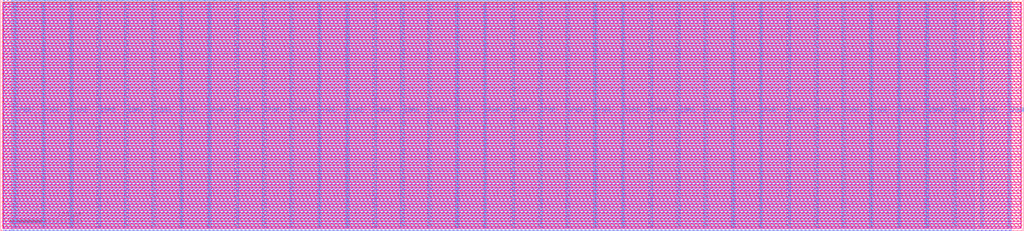
<source format=lef>
VERSION 5.7 ;
  NOWIREEXTENSIONATPIN ON ;
  DIVIDERCHAR "/" ;
  BUSBITCHARS "[]" ;
MACRO tt_um_simple_riscv
  CLASS BLOCK ;
  FOREIGN tt_um_simple_riscv ;
  ORIGIN 0.000 0.000 ;
  SIZE 1440.320 BY 325.360 ;
  PIN VGND
    DIRECTION INOUT ;
    USE GROUND ;
    PORT
      LAYER Metal4 ;
        RECT 22.180 3.620 23.780 321.740 ;
    END
    PORT
      LAYER Metal4 ;
        RECT 61.050 3.620 62.650 321.740 ;
    END
    PORT
      LAYER Metal4 ;
        RECT 99.920 3.620 101.520 321.740 ;
    END
    PORT
      LAYER Metal4 ;
        RECT 138.790 3.620 140.390 321.740 ;
    END
    PORT
      LAYER Metal4 ;
        RECT 177.660 3.620 179.260 321.740 ;
    END
    PORT
      LAYER Metal4 ;
        RECT 216.530 3.620 218.130 321.740 ;
    END
    PORT
      LAYER Metal4 ;
        RECT 255.400 3.620 257.000 321.740 ;
    END
    PORT
      LAYER Metal4 ;
        RECT 294.270 3.620 295.870 321.740 ;
    END
    PORT
      LAYER Metal4 ;
        RECT 333.140 3.620 334.740 321.740 ;
    END
    PORT
      LAYER Metal4 ;
        RECT 372.010 3.620 373.610 321.740 ;
    END
    PORT
      LAYER Metal4 ;
        RECT 410.880 3.620 412.480 321.740 ;
    END
    PORT
      LAYER Metal4 ;
        RECT 449.750 3.620 451.350 321.740 ;
    END
    PORT
      LAYER Metal4 ;
        RECT 488.620 3.620 490.220 321.740 ;
    END
    PORT
      LAYER Metal4 ;
        RECT 527.490 3.620 529.090 321.740 ;
    END
    PORT
      LAYER Metal4 ;
        RECT 566.360 3.620 567.960 321.740 ;
    END
    PORT
      LAYER Metal4 ;
        RECT 605.230 3.620 606.830 321.740 ;
    END
    PORT
      LAYER Metal4 ;
        RECT 644.100 3.620 645.700 321.740 ;
    END
    PORT
      LAYER Metal4 ;
        RECT 682.970 3.620 684.570 321.740 ;
    END
    PORT
      LAYER Metal4 ;
        RECT 721.840 3.620 723.440 321.740 ;
    END
    PORT
      LAYER Metal4 ;
        RECT 760.710 3.620 762.310 321.740 ;
    END
    PORT
      LAYER Metal4 ;
        RECT 799.580 3.620 801.180 321.740 ;
    END
    PORT
      LAYER Metal4 ;
        RECT 838.450 3.620 840.050 321.740 ;
    END
    PORT
      LAYER Metal4 ;
        RECT 877.320 3.620 878.920 321.740 ;
    END
    PORT
      LAYER Metal4 ;
        RECT 916.190 3.620 917.790 321.740 ;
    END
    PORT
      LAYER Metal4 ;
        RECT 955.060 3.620 956.660 321.740 ;
    END
    PORT
      LAYER Metal4 ;
        RECT 993.930 3.620 995.530 321.740 ;
    END
    PORT
      LAYER Metal4 ;
        RECT 1032.800 3.620 1034.400 321.740 ;
    END
    PORT
      LAYER Metal4 ;
        RECT 1071.670 3.620 1073.270 321.740 ;
    END
    PORT
      LAYER Metal4 ;
        RECT 1110.540 3.620 1112.140 321.740 ;
    END
    PORT
      LAYER Metal4 ;
        RECT 1149.410 3.620 1151.010 321.740 ;
    END
    PORT
      LAYER Metal4 ;
        RECT 1188.280 3.620 1189.880 321.740 ;
    END
    PORT
      LAYER Metal4 ;
        RECT 1227.150 3.620 1228.750 321.740 ;
    END
    PORT
      LAYER Metal4 ;
        RECT 1266.020 3.620 1267.620 321.740 ;
    END
    PORT
      LAYER Metal4 ;
        RECT 1304.890 3.620 1306.490 321.740 ;
    END
    PORT
      LAYER Metal4 ;
        RECT 1343.760 3.620 1345.360 321.740 ;
    END
    PORT
      LAYER Metal4 ;
        RECT 1382.630 3.620 1384.230 321.740 ;
    END
    PORT
      LAYER Metal4 ;
        RECT 1421.500 3.620 1423.100 321.740 ;
    END
  END VGND
  PIN VPWR
    DIRECTION INOUT ;
    USE POWER ;
    PORT
      LAYER Metal4 ;
        RECT 18.880 3.620 20.480 321.740 ;
    END
    PORT
      LAYER Metal4 ;
        RECT 57.750 3.620 59.350 321.740 ;
    END
    PORT
      LAYER Metal4 ;
        RECT 96.620 3.620 98.220 321.740 ;
    END
    PORT
      LAYER Metal4 ;
        RECT 135.490 3.620 137.090 321.740 ;
    END
    PORT
      LAYER Metal4 ;
        RECT 174.360 3.620 175.960 321.740 ;
    END
    PORT
      LAYER Metal4 ;
        RECT 213.230 3.620 214.830 321.740 ;
    END
    PORT
      LAYER Metal4 ;
        RECT 252.100 3.620 253.700 321.740 ;
    END
    PORT
      LAYER Metal4 ;
        RECT 290.970 3.620 292.570 321.740 ;
    END
    PORT
      LAYER Metal4 ;
        RECT 329.840 3.620 331.440 321.740 ;
    END
    PORT
      LAYER Metal4 ;
        RECT 368.710 3.620 370.310 321.740 ;
    END
    PORT
      LAYER Metal4 ;
        RECT 407.580 3.620 409.180 321.740 ;
    END
    PORT
      LAYER Metal4 ;
        RECT 446.450 3.620 448.050 321.740 ;
    END
    PORT
      LAYER Metal4 ;
        RECT 485.320 3.620 486.920 321.740 ;
    END
    PORT
      LAYER Metal4 ;
        RECT 524.190 3.620 525.790 321.740 ;
    END
    PORT
      LAYER Metal4 ;
        RECT 563.060 3.620 564.660 321.740 ;
    END
    PORT
      LAYER Metal4 ;
        RECT 601.930 3.620 603.530 321.740 ;
    END
    PORT
      LAYER Metal4 ;
        RECT 640.800 3.620 642.400 321.740 ;
    END
    PORT
      LAYER Metal4 ;
        RECT 679.670 3.620 681.270 321.740 ;
    END
    PORT
      LAYER Metal4 ;
        RECT 718.540 3.620 720.140 321.740 ;
    END
    PORT
      LAYER Metal4 ;
        RECT 757.410 3.620 759.010 321.740 ;
    END
    PORT
      LAYER Metal4 ;
        RECT 796.280 3.620 797.880 321.740 ;
    END
    PORT
      LAYER Metal4 ;
        RECT 835.150 3.620 836.750 321.740 ;
    END
    PORT
      LAYER Metal4 ;
        RECT 874.020 3.620 875.620 321.740 ;
    END
    PORT
      LAYER Metal4 ;
        RECT 912.890 3.620 914.490 321.740 ;
    END
    PORT
      LAYER Metal4 ;
        RECT 951.760 3.620 953.360 321.740 ;
    END
    PORT
      LAYER Metal4 ;
        RECT 990.630 3.620 992.230 321.740 ;
    END
    PORT
      LAYER Metal4 ;
        RECT 1029.500 3.620 1031.100 321.740 ;
    END
    PORT
      LAYER Metal4 ;
        RECT 1068.370 3.620 1069.970 321.740 ;
    END
    PORT
      LAYER Metal4 ;
        RECT 1107.240 3.620 1108.840 321.740 ;
    END
    PORT
      LAYER Metal4 ;
        RECT 1146.110 3.620 1147.710 321.740 ;
    END
    PORT
      LAYER Metal4 ;
        RECT 1184.980 3.620 1186.580 321.740 ;
    END
    PORT
      LAYER Metal4 ;
        RECT 1223.850 3.620 1225.450 321.740 ;
    END
    PORT
      LAYER Metal4 ;
        RECT 1262.720 3.620 1264.320 321.740 ;
    END
    PORT
      LAYER Metal4 ;
        RECT 1301.590 3.620 1303.190 321.740 ;
    END
    PORT
      LAYER Metal4 ;
        RECT 1340.460 3.620 1342.060 321.740 ;
    END
    PORT
      LAYER Metal4 ;
        RECT 1379.330 3.620 1380.930 321.740 ;
    END
    PORT
      LAYER Metal4 ;
        RECT 1418.200 3.620 1419.800 321.740 ;
    END
  END VPWR
  PIN clk
    DIRECTION INPUT ;
    USE SIGNAL ;
    ANTENNAGATEAREA 4.738000 ;
    PORT
      LAYER Metal4 ;
        RECT 331.090 324.360 331.390 325.360 ;
    END
  END clk
  PIN ena
    DIRECTION INPUT ;
    USE SIGNAL ;
    PORT
      LAYER Metal4 ;
        RECT 338.370 324.360 338.670 325.360 ;
    END
  END ena
  PIN rst_n
    DIRECTION INPUT ;
    USE SIGNAL ;
    ANTENNAGATEAREA 0.726000 ;
    PORT
      LAYER Metal4 ;
        RECT 323.810 324.360 324.110 325.360 ;
    END
  END rst_n
  PIN ui_in[0]
    DIRECTION INPUT ;
    USE SIGNAL ;
    ANTENNAGATEAREA 1.183000 ;
    PORT
      LAYER Metal4 ;
        RECT 316.530 324.360 316.830 325.360 ;
    END
  END ui_in[0]
  PIN ui_in[1]
    DIRECTION INPUT ;
    USE SIGNAL ;
    ANTENNAGATEAREA 1.183000 ;
    PORT
      LAYER Metal4 ;
        RECT 309.250 324.360 309.550 325.360 ;
    END
  END ui_in[1]
  PIN ui_in[2]
    DIRECTION INPUT ;
    USE SIGNAL ;
    ANTENNAGATEAREA 2.204000 ;
    PORT
      LAYER Metal4 ;
        RECT 301.970 324.360 302.270 325.360 ;
    END
  END ui_in[2]
  PIN ui_in[3]
    DIRECTION INPUT ;
    USE SIGNAL ;
    ANTENNAGATEAREA 2.204000 ;
    PORT
      LAYER Metal4 ;
        RECT 294.690 324.360 294.990 325.360 ;
    END
  END ui_in[3]
  PIN ui_in[4]
    DIRECTION INPUT ;
    USE SIGNAL ;
    ANTENNAGATEAREA 1.183000 ;
    PORT
      LAYER Metal4 ;
        RECT 287.410 324.360 287.710 325.360 ;
    END
  END ui_in[4]
  PIN ui_in[5]
    DIRECTION INPUT ;
    USE SIGNAL ;
    ANTENNAGATEAREA 2.204000 ;
    PORT
      LAYER Metal4 ;
        RECT 280.130 324.360 280.430 325.360 ;
    END
  END ui_in[5]
  PIN ui_in[6]
    DIRECTION INPUT ;
    USE SIGNAL ;
    ANTENNAGATEAREA 1.183000 ;
    PORT
      LAYER Metal4 ;
        RECT 272.850 324.360 273.150 325.360 ;
    END
  END ui_in[6]
  PIN ui_in[7]
    DIRECTION INPUT ;
    USE SIGNAL ;
    ANTENNAGATEAREA 1.183000 ;
    PORT
      LAYER Metal4 ;
        RECT 265.570 324.360 265.870 325.360 ;
    END
  END ui_in[7]
  PIN uio_in[0]
    DIRECTION INPUT ;
    USE SIGNAL ;
    ANTENNAGATEAREA 1.183000 ;
    PORT
      LAYER Metal4 ;
        RECT 258.290 324.360 258.590 325.360 ;
    END
  END uio_in[0]
  PIN uio_in[1]
    DIRECTION INPUT ;
    USE SIGNAL ;
    ANTENNAGATEAREA 11.020000 ;
    PORT
      LAYER Metal4 ;
        RECT 251.010 324.360 251.310 325.360 ;
    END
  END uio_in[1]
  PIN uio_in[2]
    DIRECTION INPUT ;
    USE SIGNAL ;
    PORT
      LAYER Metal4 ;
        RECT 243.730 324.360 244.030 325.360 ;
    END
  END uio_in[2]
  PIN uio_in[3]
    DIRECTION INPUT ;
    USE SIGNAL ;
    PORT
      LAYER Metal4 ;
        RECT 236.450 324.360 236.750 325.360 ;
    END
  END uio_in[3]
  PIN uio_in[4]
    DIRECTION INPUT ;
    USE SIGNAL ;
    PORT
      LAYER Metal4 ;
        RECT 229.170 324.360 229.470 325.360 ;
    END
  END uio_in[4]
  PIN uio_in[5]
    DIRECTION INPUT ;
    USE SIGNAL ;
    PORT
      LAYER Metal4 ;
        RECT 221.890 324.360 222.190 325.360 ;
    END
  END uio_in[5]
  PIN uio_in[6]
    DIRECTION INPUT ;
    USE SIGNAL ;
    PORT
      LAYER Metal4 ;
        RECT 214.610 324.360 214.910 325.360 ;
    END
  END uio_in[6]
  PIN uio_in[7]
    DIRECTION INPUT ;
    USE SIGNAL ;
    PORT
      LAYER Metal4 ;
        RECT 207.330 324.360 207.630 325.360 ;
    END
  END uio_in[7]
  PIN uio_oe[0]
    DIRECTION OUTPUT ;
    USE SIGNAL ;
    ANTENNADIFFAREA 0.360800 ;
    PORT
      LAYER Metal4 ;
        RECT 83.570 324.360 83.870 325.360 ;
    END
  END uio_oe[0]
  PIN uio_oe[1]
    DIRECTION OUTPUT ;
    USE SIGNAL ;
    ANTENNADIFFAREA 0.360800 ;
    PORT
      LAYER Metal4 ;
        RECT 76.290 324.360 76.590 325.360 ;
    END
  END uio_oe[1]
  PIN uio_oe[2]
    DIRECTION OUTPUT ;
    USE SIGNAL ;
    ANTENNADIFFAREA 0.360800 ;
    PORT
      LAYER Metal4 ;
        RECT 69.010 324.360 69.310 325.360 ;
    END
  END uio_oe[2]
  PIN uio_oe[3]
    DIRECTION OUTPUT ;
    USE SIGNAL ;
    ANTENNADIFFAREA 0.360800 ;
    PORT
      LAYER Metal4 ;
        RECT 61.730 324.360 62.030 325.360 ;
    END
  END uio_oe[3]
  PIN uio_oe[4]
    DIRECTION OUTPUT ;
    USE SIGNAL ;
    ANTENNADIFFAREA 0.360800 ;
    PORT
      LAYER Metal4 ;
        RECT 54.450 324.360 54.750 325.360 ;
    END
  END uio_oe[4]
  PIN uio_oe[5]
    DIRECTION OUTPUT ;
    USE SIGNAL ;
    ANTENNADIFFAREA 0.360800 ;
    PORT
      LAYER Metal4 ;
        RECT 47.170 324.360 47.470 325.360 ;
    END
  END uio_oe[5]
  PIN uio_oe[6]
    DIRECTION OUTPUT ;
    USE SIGNAL ;
    ANTENNADIFFAREA 0.360800 ;
    PORT
      LAYER Metal4 ;
        RECT 39.890 324.360 40.190 325.360 ;
    END
  END uio_oe[6]
  PIN uio_oe[7]
    DIRECTION OUTPUT ;
    USE SIGNAL ;
    ANTENNADIFFAREA 0.360800 ;
    PORT
      LAYER Metal4 ;
        RECT 32.610 324.360 32.910 325.360 ;
    END
  END uio_oe[7]
  PIN uio_out[0]
    DIRECTION OUTPUT ;
    USE SIGNAL ;
    ANTENNADIFFAREA 0.360800 ;
    PORT
      LAYER Metal4 ;
        RECT 141.810 324.360 142.110 325.360 ;
    END
  END uio_out[0]
  PIN uio_out[1]
    DIRECTION OUTPUT ;
    USE SIGNAL ;
    ANTENNADIFFAREA 0.360800 ;
    PORT
      LAYER Metal4 ;
        RECT 134.530 324.360 134.830 325.360 ;
    END
  END uio_out[1]
  PIN uio_out[2]
    DIRECTION OUTPUT ;
    USE SIGNAL ;
    ANTENNADIFFAREA 0.360800 ;
    PORT
      LAYER Metal4 ;
        RECT 127.250 324.360 127.550 325.360 ;
    END
  END uio_out[2]
  PIN uio_out[3]
    DIRECTION OUTPUT ;
    USE SIGNAL ;
    ANTENNADIFFAREA 0.360800 ;
    PORT
      LAYER Metal4 ;
        RECT 119.970 324.360 120.270 325.360 ;
    END
  END uio_out[3]
  PIN uio_out[4]
    DIRECTION OUTPUT ;
    USE SIGNAL ;
    ANTENNADIFFAREA 0.360800 ;
    PORT
      LAYER Metal4 ;
        RECT 112.690 324.360 112.990 325.360 ;
    END
  END uio_out[4]
  PIN uio_out[5]
    DIRECTION OUTPUT ;
    USE SIGNAL ;
    ANTENNADIFFAREA 0.360800 ;
    PORT
      LAYER Metal4 ;
        RECT 105.410 324.360 105.710 325.360 ;
    END
  END uio_out[5]
  PIN uio_out[6]
    DIRECTION OUTPUT ;
    USE SIGNAL ;
    ANTENNADIFFAREA 0.360800 ;
    PORT
      LAYER Metal4 ;
        RECT 98.130 324.360 98.430 325.360 ;
    END
  END uio_out[6]
  PIN uio_out[7]
    DIRECTION OUTPUT ;
    USE SIGNAL ;
    ANTENNADIFFAREA 0.360800 ;
    PORT
      LAYER Metal4 ;
        RECT 90.850 324.360 91.150 325.360 ;
    END
  END uio_out[7]
  PIN uo_out[0]
    DIRECTION OUTPUT ;
    USE SIGNAL ;
    ANTENNADIFFAREA 2.604400 ;
    PORT
      LAYER Metal4 ;
        RECT 200.050 324.360 200.350 325.360 ;
    END
  END uo_out[0]
  PIN uo_out[1]
    DIRECTION OUTPUT ;
    USE SIGNAL ;
    ANTENNADIFFAREA 2.604400 ;
    PORT
      LAYER Metal4 ;
        RECT 192.770 324.360 193.070 325.360 ;
    END
  END uo_out[1]
  PIN uo_out[2]
    DIRECTION OUTPUT ;
    USE SIGNAL ;
    ANTENNADIFFAREA 2.604400 ;
    PORT
      LAYER Metal4 ;
        RECT 185.490 324.360 185.790 325.360 ;
    END
  END uo_out[2]
  PIN uo_out[3]
    DIRECTION OUTPUT ;
    USE SIGNAL ;
    ANTENNADIFFAREA 2.604400 ;
    PORT
      LAYER Metal4 ;
        RECT 178.210 324.360 178.510 325.360 ;
    END
  END uo_out[3]
  PIN uo_out[4]
    DIRECTION OUTPUT ;
    USE SIGNAL ;
    ANTENNADIFFAREA 2.604400 ;
    PORT
      LAYER Metal4 ;
        RECT 170.930 324.360 171.230 325.360 ;
    END
  END uo_out[4]
  PIN uo_out[5]
    DIRECTION OUTPUT ;
    USE SIGNAL ;
    ANTENNADIFFAREA 2.604400 ;
    PORT
      LAYER Metal4 ;
        RECT 163.650 324.360 163.950 325.360 ;
    END
  END uo_out[5]
  PIN uo_out[6]
    DIRECTION OUTPUT ;
    USE SIGNAL ;
    ANTENNADIFFAREA 2.604400 ;
    PORT
      LAYER Metal4 ;
        RECT 156.370 324.360 156.670 325.360 ;
    END
  END uo_out[6]
  PIN uo_out[7]
    DIRECTION OUTPUT ;
    USE SIGNAL ;
    ANTENNADIFFAREA 2.604400 ;
    PORT
      LAYER Metal4 ;
        RECT 149.090 324.360 149.390 325.360 ;
    END
  END uo_out[7]
  OBS
      LAYER Nwell ;
        RECT 2.930 319.280 1437.390 321.870 ;
      LAYER Pwell ;
        RECT 2.930 315.760 1437.390 319.280 ;
      LAYER Nwell ;
        RECT 2.930 311.440 1437.390 315.760 ;
      LAYER Pwell ;
        RECT 2.930 307.920 1437.390 311.440 ;
      LAYER Nwell ;
        RECT 2.930 303.600 1437.390 307.920 ;
      LAYER Pwell ;
        RECT 2.930 300.080 1437.390 303.600 ;
      LAYER Nwell ;
        RECT 2.930 295.760 1437.390 300.080 ;
      LAYER Pwell ;
        RECT 2.930 292.240 1437.390 295.760 ;
      LAYER Nwell ;
        RECT 2.930 287.920 1437.390 292.240 ;
      LAYER Pwell ;
        RECT 2.930 284.400 1437.390 287.920 ;
      LAYER Nwell ;
        RECT 2.930 280.080 1437.390 284.400 ;
      LAYER Pwell ;
        RECT 2.930 276.560 1437.390 280.080 ;
      LAYER Nwell ;
        RECT 2.930 272.240 1437.390 276.560 ;
      LAYER Pwell ;
        RECT 2.930 268.720 1437.390 272.240 ;
      LAYER Nwell ;
        RECT 2.930 264.400 1437.390 268.720 ;
      LAYER Pwell ;
        RECT 2.930 260.880 1437.390 264.400 ;
      LAYER Nwell ;
        RECT 2.930 256.560 1437.390 260.880 ;
      LAYER Pwell ;
        RECT 2.930 253.040 1437.390 256.560 ;
      LAYER Nwell ;
        RECT 2.930 248.720 1437.390 253.040 ;
      LAYER Pwell ;
        RECT 2.930 245.200 1437.390 248.720 ;
      LAYER Nwell ;
        RECT 2.930 240.880 1437.390 245.200 ;
      LAYER Pwell ;
        RECT 2.930 237.360 1437.390 240.880 ;
      LAYER Nwell ;
        RECT 2.930 233.040 1437.390 237.360 ;
      LAYER Pwell ;
        RECT 2.930 229.520 1437.390 233.040 ;
      LAYER Nwell ;
        RECT 2.930 225.200 1437.390 229.520 ;
      LAYER Pwell ;
        RECT 2.930 221.680 1437.390 225.200 ;
      LAYER Nwell ;
        RECT 2.930 217.360 1437.390 221.680 ;
      LAYER Pwell ;
        RECT 2.930 213.840 1437.390 217.360 ;
      LAYER Nwell ;
        RECT 2.930 209.520 1437.390 213.840 ;
      LAYER Pwell ;
        RECT 2.930 206.000 1437.390 209.520 ;
      LAYER Nwell ;
        RECT 2.930 201.680 1437.390 206.000 ;
      LAYER Pwell ;
        RECT 2.930 198.160 1437.390 201.680 ;
      LAYER Nwell ;
        RECT 2.930 193.840 1437.390 198.160 ;
      LAYER Pwell ;
        RECT 2.930 190.320 1437.390 193.840 ;
      LAYER Nwell ;
        RECT 2.930 186.000 1437.390 190.320 ;
      LAYER Pwell ;
        RECT 2.930 182.480 1437.390 186.000 ;
      LAYER Nwell ;
        RECT 2.930 178.160 1437.390 182.480 ;
      LAYER Pwell ;
        RECT 2.930 174.640 1437.390 178.160 ;
      LAYER Nwell ;
        RECT 2.930 170.320 1437.390 174.640 ;
      LAYER Pwell ;
        RECT 2.930 166.800 1437.390 170.320 ;
      LAYER Nwell ;
        RECT 2.930 162.480 1437.390 166.800 ;
      LAYER Pwell ;
        RECT 2.930 158.960 1437.390 162.480 ;
      LAYER Nwell ;
        RECT 2.930 154.640 1437.390 158.960 ;
      LAYER Pwell ;
        RECT 2.930 151.120 1437.390 154.640 ;
      LAYER Nwell ;
        RECT 2.930 146.800 1437.390 151.120 ;
      LAYER Pwell ;
        RECT 2.930 143.280 1437.390 146.800 ;
      LAYER Nwell ;
        RECT 2.930 138.960 1437.390 143.280 ;
      LAYER Pwell ;
        RECT 2.930 135.440 1437.390 138.960 ;
      LAYER Nwell ;
        RECT 2.930 131.120 1437.390 135.440 ;
      LAYER Pwell ;
        RECT 2.930 127.600 1437.390 131.120 ;
      LAYER Nwell ;
        RECT 2.930 123.280 1437.390 127.600 ;
      LAYER Pwell ;
        RECT 2.930 119.760 1437.390 123.280 ;
      LAYER Nwell ;
        RECT 2.930 115.440 1437.390 119.760 ;
      LAYER Pwell ;
        RECT 2.930 111.920 1437.390 115.440 ;
      LAYER Nwell ;
        RECT 2.930 107.600 1437.390 111.920 ;
      LAYER Pwell ;
        RECT 2.930 104.080 1437.390 107.600 ;
      LAYER Nwell ;
        RECT 2.930 99.760 1437.390 104.080 ;
      LAYER Pwell ;
        RECT 2.930 96.240 1437.390 99.760 ;
      LAYER Nwell ;
        RECT 2.930 91.920 1437.390 96.240 ;
      LAYER Pwell ;
        RECT 2.930 88.400 1437.390 91.920 ;
      LAYER Nwell ;
        RECT 2.930 84.080 1437.390 88.400 ;
      LAYER Pwell ;
        RECT 2.930 80.560 1437.390 84.080 ;
      LAYER Nwell ;
        RECT 2.930 76.240 1437.390 80.560 ;
      LAYER Pwell ;
        RECT 2.930 72.720 1437.390 76.240 ;
      LAYER Nwell ;
        RECT 2.930 68.400 1437.390 72.720 ;
      LAYER Pwell ;
        RECT 2.930 64.880 1437.390 68.400 ;
      LAYER Nwell ;
        RECT 2.930 60.560 1437.390 64.880 ;
      LAYER Pwell ;
        RECT 2.930 57.040 1437.390 60.560 ;
      LAYER Nwell ;
        RECT 2.930 52.720 1437.390 57.040 ;
      LAYER Pwell ;
        RECT 2.930 49.200 1437.390 52.720 ;
      LAYER Nwell ;
        RECT 2.930 44.880 1437.390 49.200 ;
      LAYER Pwell ;
        RECT 2.930 41.360 1437.390 44.880 ;
      LAYER Nwell ;
        RECT 2.930 37.040 1437.390 41.360 ;
      LAYER Pwell ;
        RECT 2.930 33.520 1437.390 37.040 ;
      LAYER Nwell ;
        RECT 2.930 29.200 1437.390 33.520 ;
      LAYER Pwell ;
        RECT 2.930 25.680 1437.390 29.200 ;
      LAYER Nwell ;
        RECT 2.930 21.360 1437.390 25.680 ;
      LAYER Pwell ;
        RECT 2.930 17.840 1437.390 21.360 ;
      LAYER Nwell ;
        RECT 2.930 13.520 1437.390 17.840 ;
      LAYER Pwell ;
        RECT 2.930 10.000 1437.390 13.520 ;
      LAYER Nwell ;
        RECT 2.930 5.680 1437.390 10.000 ;
      LAYER Pwell ;
        RECT 2.930 3.490 1437.390 5.680 ;
      LAYER Metal1 ;
        RECT 3.360 3.620 1436.960 321.740 ;
      LAYER Metal2 ;
        RECT 4.060 0.090 1422.960 325.270 ;
      LAYER Metal3 ;
        RECT 4.010 0.140 1423.010 325.220 ;
      LAYER Metal4 ;
        RECT 15.260 324.060 32.310 325.270 ;
        RECT 33.210 324.060 39.590 325.270 ;
        RECT 40.490 324.060 46.870 325.270 ;
        RECT 47.770 324.060 54.150 325.270 ;
        RECT 55.050 324.060 61.430 325.270 ;
        RECT 62.330 324.060 68.710 325.270 ;
        RECT 69.610 324.060 75.990 325.270 ;
        RECT 76.890 324.060 83.270 325.270 ;
        RECT 84.170 324.060 90.550 325.270 ;
        RECT 91.450 324.060 97.830 325.270 ;
        RECT 98.730 324.060 105.110 325.270 ;
        RECT 106.010 324.060 112.390 325.270 ;
        RECT 113.290 324.060 119.670 325.270 ;
        RECT 120.570 324.060 126.950 325.270 ;
        RECT 127.850 324.060 134.230 325.270 ;
        RECT 135.130 324.060 141.510 325.270 ;
        RECT 142.410 324.060 148.790 325.270 ;
        RECT 149.690 324.060 156.070 325.270 ;
        RECT 156.970 324.060 163.350 325.270 ;
        RECT 164.250 324.060 170.630 325.270 ;
        RECT 171.530 324.060 177.910 325.270 ;
        RECT 178.810 324.060 185.190 325.270 ;
        RECT 186.090 324.060 192.470 325.270 ;
        RECT 193.370 324.060 199.750 325.270 ;
        RECT 200.650 324.060 207.030 325.270 ;
        RECT 207.930 324.060 214.310 325.270 ;
        RECT 215.210 324.060 221.590 325.270 ;
        RECT 222.490 324.060 228.870 325.270 ;
        RECT 229.770 324.060 236.150 325.270 ;
        RECT 237.050 324.060 243.430 325.270 ;
        RECT 244.330 324.060 250.710 325.270 ;
        RECT 251.610 324.060 257.990 325.270 ;
        RECT 258.890 324.060 265.270 325.270 ;
        RECT 266.170 324.060 272.550 325.270 ;
        RECT 273.450 324.060 279.830 325.270 ;
        RECT 280.730 324.060 287.110 325.270 ;
        RECT 288.010 324.060 294.390 325.270 ;
        RECT 295.290 324.060 301.670 325.270 ;
        RECT 302.570 324.060 308.950 325.270 ;
        RECT 309.850 324.060 316.230 325.270 ;
        RECT 317.130 324.060 323.510 325.270 ;
        RECT 324.410 324.060 330.790 325.270 ;
        RECT 331.690 324.060 338.070 325.270 ;
        RECT 338.970 324.060 1371.300 325.270 ;
        RECT 15.260 322.040 1371.300 324.060 ;
        RECT 15.260 3.320 18.580 322.040 ;
        RECT 20.780 3.320 21.880 322.040 ;
        RECT 24.080 3.320 57.450 322.040 ;
        RECT 59.650 3.320 60.750 322.040 ;
        RECT 62.950 3.320 96.320 322.040 ;
        RECT 98.520 3.320 99.620 322.040 ;
        RECT 101.820 3.320 135.190 322.040 ;
        RECT 137.390 3.320 138.490 322.040 ;
        RECT 140.690 3.320 174.060 322.040 ;
        RECT 176.260 3.320 177.360 322.040 ;
        RECT 179.560 3.320 212.930 322.040 ;
        RECT 215.130 3.320 216.230 322.040 ;
        RECT 218.430 3.320 251.800 322.040 ;
        RECT 254.000 3.320 255.100 322.040 ;
        RECT 257.300 3.320 290.670 322.040 ;
        RECT 292.870 3.320 293.970 322.040 ;
        RECT 296.170 3.320 329.540 322.040 ;
        RECT 331.740 3.320 332.840 322.040 ;
        RECT 335.040 3.320 368.410 322.040 ;
        RECT 370.610 3.320 371.710 322.040 ;
        RECT 373.910 3.320 407.280 322.040 ;
        RECT 409.480 3.320 410.580 322.040 ;
        RECT 412.780 3.320 446.150 322.040 ;
        RECT 448.350 3.320 449.450 322.040 ;
        RECT 451.650 3.320 485.020 322.040 ;
        RECT 487.220 3.320 488.320 322.040 ;
        RECT 490.520 3.320 523.890 322.040 ;
        RECT 526.090 3.320 527.190 322.040 ;
        RECT 529.390 3.320 562.760 322.040 ;
        RECT 564.960 3.320 566.060 322.040 ;
        RECT 568.260 3.320 601.630 322.040 ;
        RECT 603.830 3.320 604.930 322.040 ;
        RECT 607.130 3.320 640.500 322.040 ;
        RECT 642.700 3.320 643.800 322.040 ;
        RECT 646.000 3.320 679.370 322.040 ;
        RECT 681.570 3.320 682.670 322.040 ;
        RECT 684.870 3.320 718.240 322.040 ;
        RECT 720.440 3.320 721.540 322.040 ;
        RECT 723.740 3.320 757.110 322.040 ;
        RECT 759.310 3.320 760.410 322.040 ;
        RECT 762.610 3.320 795.980 322.040 ;
        RECT 798.180 3.320 799.280 322.040 ;
        RECT 801.480 3.320 834.850 322.040 ;
        RECT 837.050 3.320 838.150 322.040 ;
        RECT 840.350 3.320 873.720 322.040 ;
        RECT 875.920 3.320 877.020 322.040 ;
        RECT 879.220 3.320 912.590 322.040 ;
        RECT 914.790 3.320 915.890 322.040 ;
        RECT 918.090 3.320 951.460 322.040 ;
        RECT 953.660 3.320 954.760 322.040 ;
        RECT 956.960 3.320 990.330 322.040 ;
        RECT 992.530 3.320 993.630 322.040 ;
        RECT 995.830 3.320 1029.200 322.040 ;
        RECT 1031.400 3.320 1032.500 322.040 ;
        RECT 1034.700 3.320 1068.070 322.040 ;
        RECT 1070.270 3.320 1071.370 322.040 ;
        RECT 1073.570 3.320 1106.940 322.040 ;
        RECT 1109.140 3.320 1110.240 322.040 ;
        RECT 1112.440 3.320 1145.810 322.040 ;
        RECT 1148.010 3.320 1149.110 322.040 ;
        RECT 1151.310 3.320 1184.680 322.040 ;
        RECT 1186.880 3.320 1187.980 322.040 ;
        RECT 1190.180 3.320 1223.550 322.040 ;
        RECT 1225.750 3.320 1226.850 322.040 ;
        RECT 1229.050 3.320 1262.420 322.040 ;
        RECT 1264.620 3.320 1265.720 322.040 ;
        RECT 1267.920 3.320 1301.290 322.040 ;
        RECT 1303.490 3.320 1304.590 322.040 ;
        RECT 1306.790 3.320 1340.160 322.040 ;
        RECT 1342.360 3.320 1343.460 322.040 ;
        RECT 1345.660 3.320 1371.300 322.040 ;
        RECT 15.260 0.090 1371.300 3.320 ;
  END
END tt_um_simple_riscv
END LIBRARY


</source>
